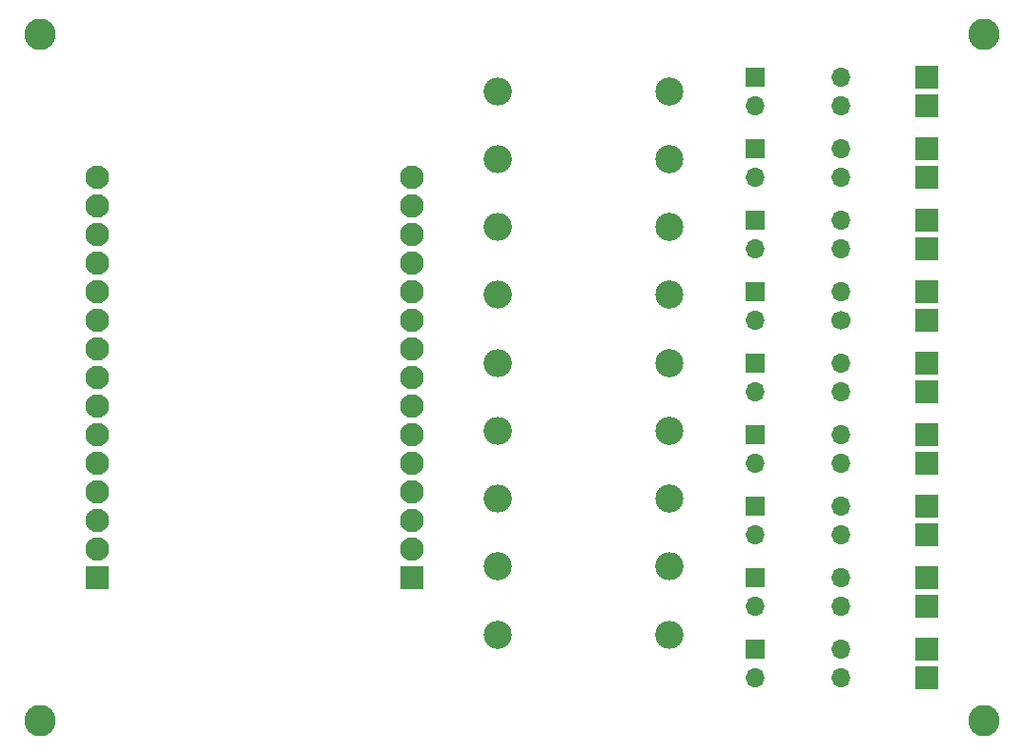
<source format=gbr>
%TF.GenerationSoftware,KiCad,Pcbnew,(5.1.6)-1*%
%TF.CreationDate,2020-10-31T17:29:23-04:00*%
%TF.ProjectId,controlboard,636f6e74-726f-46c6-926f-6172642e6b69,rev?*%
%TF.SameCoordinates,Original*%
%TF.FileFunction,Soldermask,Top*%
%TF.FilePolarity,Negative*%
%FSLAX46Y46*%
G04 Gerber Fmt 4.6, Leading zero omitted, Abs format (unit mm)*
G04 Created by KiCad (PCBNEW (5.1.6)-1) date 2020-10-31 17:29:23*
%MOMM*%
%LPD*%
G01*
G04 APERTURE LIST*
%ADD10C,1.700000*%
%ADD11R,1.700000X1.700000*%
%ADD12O,1.700000X1.700000*%
%ADD13C,2.800000*%
%ADD14R,2.100000X2.100000*%
%ADD15C,2.100000*%
%ADD16O,2.500000X2.500000*%
%ADD17C,2.500000*%
G04 APERTURE END LIST*
D10*
%TO.C,F*%
X83820000Y-40640000D03*
D11*
X76200000Y-38100000D03*
D12*
X83820000Y-38100000D03*
X76200000Y-40640000D03*
%TD*%
D13*
%TO.C,REF\u002A\u002A*%
X12700000Y-76200000D03*
%TD*%
%TO.C,REF\u002A\u002A*%
X96520000Y-76200000D03*
%TD*%
%TO.C,REF\u002A\u002A*%
X96520000Y-15240000D03*
%TD*%
%TO.C,REF\u002A\u002A*%
X12700000Y-15240000D03*
%TD*%
D14*
%TO.C,NodeMCU*%
X45720000Y-63500000D03*
X17780000Y-63500000D03*
D15*
X45720000Y-35560000D03*
X45720000Y-33020000D03*
X45720000Y-43180000D03*
X45720000Y-30480000D03*
X45720000Y-38100000D03*
X45720000Y-58420000D03*
X45720000Y-55880000D03*
X45720000Y-45720000D03*
X45720000Y-40640000D03*
X45720000Y-48260000D03*
X45720000Y-53340000D03*
X45720000Y-60960000D03*
X45720000Y-50800000D03*
X45720000Y-27940000D03*
X17780000Y-60960000D03*
X17780000Y-58420000D03*
X17780000Y-55880000D03*
X17780000Y-53340000D03*
X17780000Y-50800000D03*
X17780000Y-48260000D03*
X17780000Y-45720000D03*
X17780000Y-43180000D03*
X17780000Y-40640000D03*
X17780000Y-38100000D03*
X17780000Y-35560000D03*
X17780000Y-33020000D03*
X17780000Y-30480000D03*
X17780000Y-27940000D03*
%TD*%
D14*
%TO.C,P1*%
X91440000Y-19050000D03*
X91440000Y-21590000D03*
X91440000Y-25400000D03*
X91440000Y-27940000D03*
X91440000Y-31750000D03*
X91440000Y-34290000D03*
X91440000Y-38100000D03*
X91440000Y-40640000D03*
X91440000Y-72390000D03*
X91440000Y-69850000D03*
X91440000Y-66040000D03*
X91440000Y-63500000D03*
X91440000Y-59690000D03*
X91440000Y-57150000D03*
X91440000Y-53340000D03*
X91440000Y-50800000D03*
X91440000Y-46990000D03*
X91440000Y-44450000D03*
%TD*%
D12*
%TO.C,O8*%
X83820000Y-63500000D03*
X76200000Y-66040000D03*
X83820000Y-66040000D03*
D11*
X76200000Y-63500000D03*
%TD*%
%TO.C,O0*%
X76200000Y-19050000D03*
D12*
X83820000Y-21590000D03*
X76200000Y-21590000D03*
X83820000Y-19050000D03*
%TD*%
%TO.C,O1*%
X83820000Y-25400000D03*
X76200000Y-27940000D03*
X83820000Y-27940000D03*
D11*
X76200000Y-25400000D03*
%TD*%
%TO.C,O2*%
X76200000Y-31750000D03*
D12*
X83820000Y-34290000D03*
X76200000Y-34290000D03*
X83820000Y-31750000D03*
%TD*%
%TO.C,O5*%
X83820000Y-44450000D03*
X76200000Y-46990000D03*
X83820000Y-46990000D03*
D11*
X76200000Y-44450000D03*
%TD*%
%TO.C,O6*%
X76200000Y-50800000D03*
D12*
X83820000Y-53340000D03*
X76200000Y-53340000D03*
X83820000Y-50800000D03*
%TD*%
%TO.C,O7*%
X83820000Y-57150000D03*
X76200000Y-59690000D03*
X83820000Y-59690000D03*
D11*
X76200000Y-57150000D03*
%TD*%
%TO.C,OX1*%
X76200000Y-69850000D03*
D12*
X83820000Y-72390000D03*
X76200000Y-72390000D03*
X83820000Y-69850000D03*
%TD*%
D16*
%TO.C,R0*%
X53340000Y-20320000D03*
D17*
X68580000Y-20320000D03*
%TD*%
%TO.C,R1*%
X68580000Y-26352500D03*
D16*
X53340000Y-26352500D03*
%TD*%
%TO.C,R2*%
X53340000Y-32385000D03*
D17*
X68580000Y-32385000D03*
%TD*%
%TO.C,R5*%
X68580000Y-44450000D03*
D16*
X53340000Y-44450000D03*
%TD*%
%TO.C,R6*%
X53340000Y-50482500D03*
D17*
X68580000Y-50482500D03*
%TD*%
%TO.C,R7*%
X68580000Y-56515000D03*
D16*
X53340000Y-56515000D03*
%TD*%
D17*
%TO.C,R8*%
X53340000Y-62547500D03*
D16*
X68580000Y-62547500D03*
%TD*%
%TO.C,RV1*%
X53340000Y-38417500D03*
D17*
X68580000Y-38417500D03*
%TD*%
%TO.C,RX1*%
X53340000Y-68580000D03*
D16*
X68580000Y-68580000D03*
%TD*%
M02*

</source>
